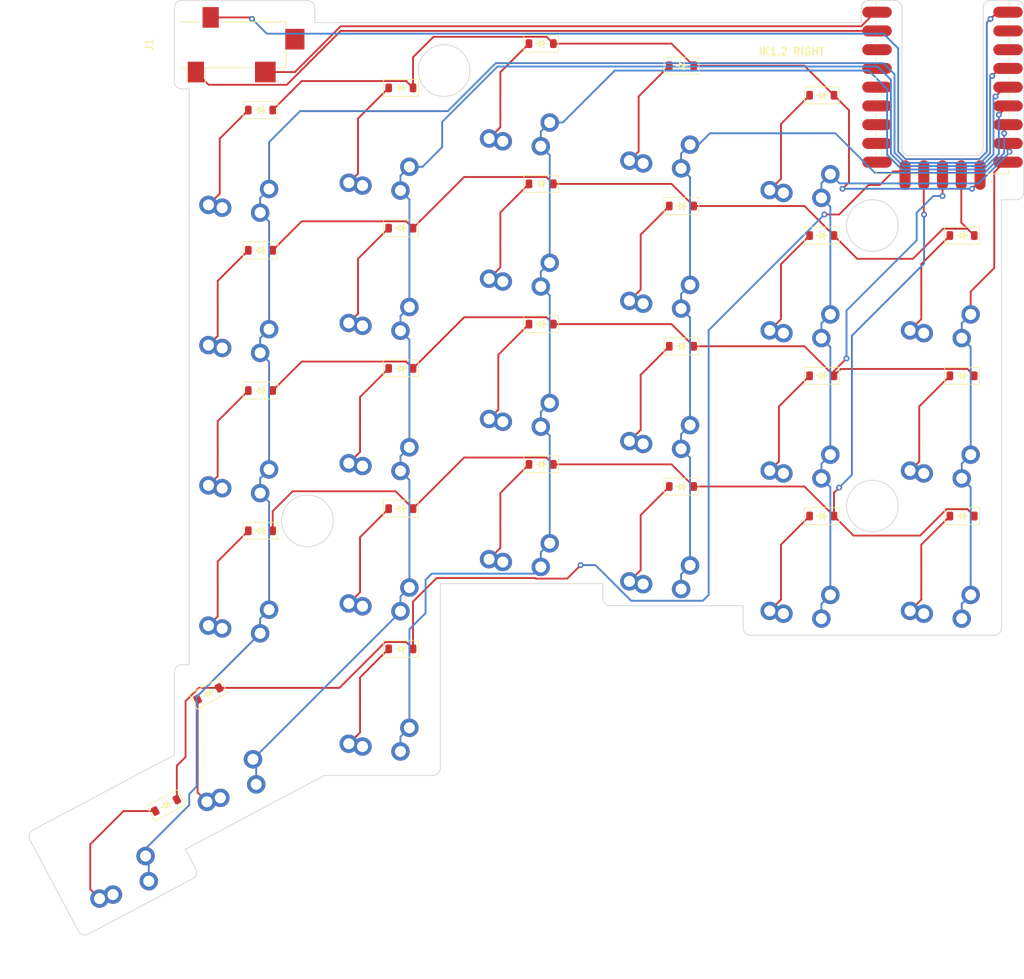
<source format=kicad_pcb>
(kicad_pcb (version 20221018) (generator pcbnew)
  (layers (0 "F.Cu" signal) (31 "B.Cu" signal) (34 "B.Paste" user) (35 "F.Paste" user) (36 "B.SilkS" user "B.Silkscreen") (37 "F.SilkS" user "F.Silkscreen") (38 "B.Mask" user) (39 "F.Mask" user) (44 "Edge.Cuts" user))
  (net 0 "")
  (net 1 "Row 0")
  (net 2 "Net-(DL01-A)")
  (net 3 "Net-(DL02-A)")
  (net 4 "Net-(DL03-A)")
  (net 5 "Net-(DL04-A)")
  (net 6 "Net-(DL05-A)")
  (net 7 "Row 1")
  (net 8 "Net-(DL10-A)")
  (net 9 "Net-(DL11-A)")
  (net 10 "Net-(DL12-A)")
  (net 11 "Net-(DL13-A)")
  (net 12 "Net-(DL14-A)")
  (net 13 "Net-(DL15-A)")
  (net 14 "Row 2")
  (net 15 "Net-(DL20-A)")
  (net 16 "Net-(DL21-A)")
  (net 17 "Net-(DL22-A)")
  (net 18 "Net-(DL23-A)")
  (net 19 "Net-(DL24-A)")
  (net 20 "Net-(DL25-A)")
  (net 21 "Row 3")
  (net 22 "Net-(DL30-A)")
  (net 23 "Net-(DL31-A)")
  (net 24 "Net-(DL32-A)")
  (net 25 "Net-(DL33-A)")
  (net 26 "Net-(DL34-A)")
  (net 27 "Net-(DL35-A)")
  (net 28 "Row 4")
  (net 29 "Net-(DL40-A)")
  (net 30 "Net-(DL44-A)")
  (net 31 "Net-(DL45-A)")
  (net 32 "GP0")
  (net 34 "Col 0")
  (net 35 "Col 1")
  (net 36 "Col 2")
  (net 37 "Col 3")
  (net 38 "Col 4")
  (net 39 "Col 5")
  (net 48 "GND")
  (net 49 "5V")
  (footprint "IansLibrary:Diode_SOD-123" (layer "F.Cu") (at 71.35 88.225 180)
    (fp_text reference "DL34")
    (fp_text value "Diode")
  )
  (footprint "IansLibrary:rp2040-zero-smd-longpads" (layer "F.Cu") (at 144.7 31.125)
    (fp_text reference "MCUL1" hide)
    (fp_text value "RP2040_Zero" hide)
  )
  (footprint "IansLibrary:gateron-ks27-mx" (layer "F.Cu") (at 49.7 80.375)
    (fp_text reference "SL25")
    (fp_text value "Keyswitch" hide)
  )
  (footprint "IansLibrary:gateron-ks27-mx" (layer "F.Cu") (at 144.7 97.375)
    (fp_text reference "SL30")
    (fp_text value "Keyswitch" hide)
  )
  (footprint "IansLibrary:gateron-ks27-mx" (layer "F.Cu") (at 68.7 58.375)
    (fp_text reference "SL14")
    (fp_text value "Keyswitch" hide)
  )
  (footprint "IansLibrary:gateron-ks27-mx" (layer "F.Cu") (at 87.7 90.375)
    (fp_text reference "SL33")
    (fp_text value "Keyswitch" hide)
  )
  (footprint "IansLibrary:Diode_SOD-123" (layer "F.Cu") (at 90.35 44.225 180)
    (fp_text reference "DL13")
    (fp_text value "Diode")
  )
  (footprint "IansLibrary:gateron-ks27-mx" (layer "F.Cu") (at 125.7 78.375)
    (fp_text reference "SL21")
    (fp_text value "Keyswitch" hide)
  )
  (footprint "IansLibrary:gateron-ks27-mx" (layer "F.Cu") (at 68.7 39.375)
    (fp_text reference "SL04")
    (fp_text value "Keyswitch" hide)
  )
  (footprint "IansLibrary:Diode_SOD-123" (layer "F.Cu") (at 52.35 34.225 180)
    (fp_text reference "DL05")
    (fp_text value "Diode")
  )
  (footprint "IansLibrary:Diode_SOD-123" (layer "F.Cu") (at 52.35 53.225 180)
    (fp_text reference "DL15")
    (fp_text value "Diode")
  )
  (footprint "IansLibrary:Diode_SOD-123" (layer "F.Cu") (at 147.35 70.225 180)
    (fp_text reference "DL20")
    (fp_text value "Diode")
  )
  (footprint "IansLibrary:gateron-ks27-mx" (layer "F.Cu") (at 49.7 42.375)
    (fp_text reference "SL05")
    (fp_text value "Keyswitch" hide)
  )
  (footprint "IansLibrary:gateron-ks27-mx" (layer "F.Cu") (at 68.7 77.375)
    (fp_text reference "SL24")
    (fp_text value "Keyswitch" hide)
  )
  (footprint "IansLibrary:Diode_SOD-123" (layer "F.Cu") (at 128.35 70.225 180)
    (fp_text reference "DL21")
    (fp_text value "Diode")
  )
  (footprint "IansLibrary:gateron-ks27-mx" (layer "F.Cu") (at 144.7 59.375)
    (fp_text reference "SL10")
    (fp_text value "Keyswitch" hide)
  )
  (footprint "IansLibrary:Diode_SOD-123" (layer "F.Cu") (at 71.35 50.225 180)
    (fp_text reference "DL14")
    (fp_text value "Diode")
  )
  (footprint "IansLibrary:gateron-ks27-mx" (layer "F.Cu") (at 46.771978 121.722982 28)
    (fp_text reference "SL45")
    (fp_text value "Keyswitch" hide)
  )
  (footprint "IansLibrary:Diode_SOD-123" (layer "F.Cu") (at 52.35 72.225 180)
    (fp_text reference "DL25")
    (fp_text value "Diode")
  )
  (footprint "IansLibrary:gateron-ks27-mx" (layer "F.Cu") (at 106.7 74.375)
    (fp_text reference "SL22")
    (fp_text value "Keyswitch" hide)
  )
  (footprint "IansLibrary:gateron-ks27-mx" (layer "F.Cu") (at 49.7 99.375)
    (fp_text reference "SL35")
    (fp_text value "Keyswitch" hide)
  )
  (footprint "IansLibrary:gateron-ks27-mx" (layer "F.Cu") (at 68.7 115.375)
    (fp_text reference "SL44")
    (fp_text value "Keyswitch" hide)
  )
  (footprint "IansLibrary:Diode_SOD-123" (layer "F.Cu") (at 109.35 85.225 180)
    (fp_text reference "DL32")
    (fp_text value "Diode")
  )
  (footprint "IansLibrary:gateron-ks27-mx" (layer "F.Cu") (at 68.7 96.375)
    (fp_text reference "SL34")
    (fp_text value "Keyswitch" hide)
  )
  (footprint "IansLibrary:gateron-ks27-mx" (layer "F.Cu") (at 125.7 59.375)
    (fp_text reference "SL11")
    (fp_text value "Keyswitch" hide)
  )
  (footprint "IansLibrary:Diode_SOD-123" (layer "F.Cu") (at 109.35 28.225 180)
    (fp_text reference "DL02")
    (fp_text value "Diode")
  )
  (footprint "IansLibrary:Diode_SOD-123" (layer "F.Cu") (at 90.35 25.225 180)
    (fp_text reference "DL03")
    (fp_text value "Diode")
  )
  (footprint "IansLibrary:Jack_3.5mm_CUI_SJ-3524-SMT_Horizontal" (layer "F.Cu") (at 47.2 25.375 90)
    (fp_text reference "J1")
    (fp_text value "AudioJack3")
  )
  (footprint "IansLibrary:Diode_SOD-123" (layer "F.Cu") (at 90.35 82.225 180)
    (fp_text reference "DL33")
    (fp_text value "Diode")
  )
  (footprint "IansLibrary:Diode_SOD-123" (layer "F.Cu") (at 71.35 107.225 180)
    (fp_text reference "DL44")
    (fp_text value "Diode")
  )
  (footprint "IansLibrary:gateron-ks27-mx" (layer "F.Cu") (at 144.7 78.375)
    (fp_text reference "SL20")
    (fp_text value "Keyswitch" hide)
  )
  (footprint "IansLibrary:gateron-ks27-mx" (layer "F.Cu") (at 49.7 61.375)
    (fp_text reference "SL15")
    (fp_text value "Keyswitch" hide)
  )
  (footprint "IansLibrary:Diode_SOD-123" (layer "F.Cu") (at 45.285596 113.282859 -152)
    (fp_text reference "DL45")
    (fp_text value "Diode")
  )
  (footprint "IansLibrary:gateron-ks27-mx" (layer "F.Cu") (at 32.225964 134.836942 28)
    (fp_text reference "SL40")
    (fp_text value "Keyswitch" hide)
  )
  (footprint "IansLibrary:gateron-ks27-mx" (layer "F.Cu") (at 87.7 71.375)
    (fp_text reference "SL23")
    (fp_text value "Keyswitch" hide)
  )
  (footprint "IansLibrary:Diode_SOD-123" (layer "F.Cu") (at 109.35 66.225 180)
    (fp_text reference "DL22")
    (fp_text value "Diode")
  )
  (footprint "IansLibrary:Diode_SOD-123" (layer "F.Cu") (at 71.35 69.225 180)
    (fp_text reference "DL24")
    (fp_text value "Diode")
  )
  (footprint "IansLibrary:Diode_SOD-123" (layer "F.Cu") (at 71.35 31.225 180)
    (fp_text reference "DL04")
    (fp_text value "Diode")
  )
  (footprint "IansLibrary:gateron-ks27-mx" (layer "F.Cu") (at 87.7 52.375)
    (fp_text reference "SL13")
    (fp_text value "Keyswitch" hide)
  )
  (footprint "IansLibrary:gateron-ks27-mx" (layer "F.Cu") (at 125.7 40.375)
    (fp_text reference "SL01")
    (fp_text value "Keyswitch" hide)
  )
  (footprint "IansLibrary:Diode_SOD-123" (layer "F.Cu") (at 147.35 89.225 180)
    (fp_text reference "DL30")
    (fp_text value "Diode")
  )
  (footprint "IansLibrary:Diode_SOD-123" (layer "F.Cu") (at 128.35 89.225 180)
    (fp_text reference "DL31")
    (fp_text value "Diode")
  )
  (footprint "IansLibrary:gateron-ks27-mx" (layer "F.Cu") (at 106.7 93.375)
    (fp_text reference "SL32")
    (fp_text value "Keyswitch" hide)
  )
  (footprint "IansLibrary:Diode_SOD-123" (layer "F.Cu") (at 39.55895 128.42114 -152)
    (fp_text reference "DL40")
    (fp_text value "Diode")
  )
  (footprint "IansLibrary:Diode_SOD-123" (layer "F.Cu") (at 109.35 47.225 180)
    (fp_text reference "DL12")
    (fp_text value "Diode")
  )
  (footprint "IansLibrary:Diode_SOD-123" (layer "F.Cu") (at 90.35 63.225 180)
    (fp_text reference "DL23")
    (fp_text value "Diode")
  )
  (footprint "IansLibrary:gateron-ks27-mx" (layer "F.Cu") (at 106.7 55.375)
    (fp_text reference "SL12")
    (fp_text value "Keyswitch" hide)
  )
  (footprint "IansLibrary:gateron-ks27-mx" (layer "F.Cu") (at 125.7 97.375)
    (fp_text reference "SL31")
    (fp_text value "Keyswitch" hide)
  )
  (footprint "IansLibrary:Diode_SOD-123" (layer "F.Cu") (at 147.35 51.225 180)
    (fp_text reference "DL10")
    (fp_text value "Diode")
  )
  (footprint "IansLibrary:Diode_SOD-123" (layer "F.Cu") (at 52.35 91.225 180)
    (fp_text reference "DL35")
    (fp_text value "Diode")
  )
  (footprint "IansLibrary:gateron-ks27-mx" (layer "F.Cu") (at 106.7 36.375)
    (fp_text reference "SL02")
    (fp_text value "Keyswitch" hide)
  )
  (footprint "IansLibrary:gateron-ks27-mx" (layer "F.Cu") (at 87.7 33.375)
    (fp_text reference "SL03")
    (fp_text value "Keyswitch" hide)
  )
  (footprint "IansLibrary:Diode_SOD-123" (layer "F.Cu") (at 128.35 32.225 180)
    (fp_text reference "DL01")
    (fp_text value "Diode")
  )
  (footprint "IansLibrary:Diode_SOD-123" (layer "F.Cu") (at 128.35 51.225 180)
    (fp_text reference "DL11")
    (fp_text value "Diode")
  )
  (gr_line (start 154.7 46.375) (end 154.7 46.375) (stroke (width 0.1)) (layer "Edge.Cuts"))
  (gr_line (start 76.7 123.375) (end 76.7 98.375) (stroke (width 0.1)) (layer "Edge.Cuts"))
  (gr_line (start 152.7 46.375) (end 152.7 47.375) (stroke (width 0.1)) (layer "Edge.Cuts"))
  (gr_arc (start 41.7 31.375) (mid 40.992893 31.082107) (end 40.7 30.375) (stroke (width 0.1)) (layer "Edge.Cuts"))
  (gr_circle (center 77.2 28.875) (end 80.7 28.875) (stroke (width 0.1)) (fill none) (layer "Edge.Cuts"))
  (gr_circle (center 58.7 89.875) (end 62.2 89.875) (stroke (width 0.1)) (fill none) (layer "Edge.Cuts"))
  (gr_line (start 40.7 121.575) (end 21.543117 131.755679) (stroke (width 0.1)) (layer "Edge.Cuts"))
  (gr_line (start 21.12939 133.10808) (end 27.690666 145.452026) (stroke (width 0.1)) (layer "Edge.Cuts"))
  (gr_line (start 42.700001 31.375) (end 42.700001 109.375001) (stroke (width 0.1)) (layer "Edge.Cuts"))
  (gr_line (start 42.17 134.375) (end 60.98 124.375) (stroke (width 0.1)) (layer "Edge.Cuts"))
  (gr_arc (start 99.700001 101.374999) (mid 98.992894 101.082106) (end 98.700001 100.374999) (stroke (width 0.1)) (layer "Edge.Cuts"))
  (gr_line (start 59.7 20.375) (end 59.7 22.375) (stroke (width 0.1)) (layer "Edge.Cuts"))
  (gr_arc (start 154.7 19.375) (mid 155.407107 19.667893) (end 155.7 20.375) (stroke (width 0.1)) (layer "Edge.Cuts"))
  (gr_line (start 118.700001 105.375) (end 151.7 105.375) (stroke (width 0.1)) (layer "Edge.Cuts"))
  (gr_arc (start 21.12939 133.10808) (mid 21.056129 132.346176) (end 21.543117 131.755679) (stroke (width 0.1)) (layer "Edge.Cuts"))
  (gr_arc (start 140.2 40.375) (mid 139.492893 40.082107) (end 139.2 39.375) (stroke (width 0.1)) (layer "Edge.Cuts"))
  (gr_line (start 149.2 40.375) (end 140.2 40.375) (stroke (width 0.1)) (layer "Edge.Cuts"))
  (gr_arc (start 58.7 19.375) (mid 59.407107 19.667893) (end 59.7 20.375) (stroke (width 0.1)) (layer "Edge.Cuts"))
  (gr_arc (start 150.2 39.375) (mid 149.907107 40.082107) (end 149.2 40.375) (stroke (width 0.1)) (layer "Edge.Cuts"))
  (gr_line (start 42.700001 109.375001) (end 41.700001 109.375001) (stroke (width 0.1)) (layer "Edge.Cuts"))
  (gr_line (start 42.7 31.375) (end 41.7 31.375) (stroke (width 0.1)) (layer "Edge.Cuts"))
  (gr_line (start 154.7 19.375) (end 151.2 19.375) (stroke (width 0.1)) (layer "Edge.Cuts"))
  (gr_arc (start 43.570931 137.012047) (mid 43.644039 137.773828) (end 43.157133 138.364232) (stroke (width 0.1)) (layer "Edge.Cuts"))
  (gr_line (start 155.7 45.375) (end 155.7 20.375) (stroke (width 0.1)) (layer "Edge.Cuts"))
  (gr_line (start 43.570931 137.012047) (end 42.17 134.375) (stroke (width 0.1)) (layer "Edge.Cuts"))
  (gr_line (start 58.7 19.375) (end 41.7 19.374999) (stroke (width 0.1)) (layer "Edge.Cuts"))
  (gr_line (start 138.2 19.375) (end 134.7 19.375001) (stroke (width 0.1)) (layer "Edge.Cuts"))
  (gr_line (start 154.7 46.375) (end 152.7 46.375) (stroke (width 0.1)) (layer "Edge.Cuts"))
  (gr_arc (start 40.700001 110.375001) (mid 40.992894 109.667894) (end 41.700001 109.375001) (stroke (width 0.1)) (layer "Edge.Cuts"))
  (gr_arc (start 133.700001 20.375001) (mid 133.992894 19.667894) (end 134.700001 19.375001) (stroke (width 0.1)) (layer "Edge.Cuts"))
  (gr_arc (start 152.7 104.375) (mid 152.407107 105.082107) (end 151.7 105.375) (stroke (width 0.1)) (layer "Edge.Cuts"))
  (gr_line (start 133.7 22.375) (end 59.7 22.375) (stroke (width 0.1)) (layer "Edge.Cuts"))
  (gr_line (start 117.7 101.375) (end 99.7 101.375) (stroke (width 0.1)) (layer "Edge.Cuts"))
  (gr_line (start 29.042994 145.865701) (end 43.157133 138.364232) (stroke (width 0.1)) (layer "Edge.Cuts"))
  (gr_line (start 98.7 100.375) (end 98.7 98.375) (stroke (width 0.1)) (layer "Edge.Cuts"))
  (gr_arc (start 29.042994 145.865701) (mid 28.281128 145.938993) (end 27.690666 145.452026) (stroke (width 0.1)) (layer "Edge.Cuts"))
  (gr_arc (start 118.700001 105.375) (mid 117.992894 105.082107) (end 117.700001 104.375) (stroke (width 0.1)) (layer "Edge.Cuts"))
  (gr_arc (start 150.2 20.375) (mid 150.492893 19.667893) (end 151.2 19.375) (stroke (width 0.1)) (layer "Edge.Cuts"))
  (gr_line (start 133.7 20.375) (end 133.7 22.375) (stroke (width 0.1)) (layer "Edge.Cuts"))
  (gr_line (start 60.98 124.375) (end 75.7 124.375) (stroke (width 0.1)) (layer "Edge.Cuts"))
  (gr_line (start 98.7 98.375) (end 76.7 98.375) (stroke (width 0.1)) (layer "Edge.Cuts"))
  (gr_line (start 152.7 104.375) (end 152.7 47.375) (stroke (width 0.1)) (layer "Edge.Cuts"))
  (gr_arc (start 138.2 19.375) (mid 138.907107 19.667893) (end 139.2 20.375) (stroke (width 0.1)) (layer "Edge.Cuts"))
  (gr_circle (center 135.2 87.875) (end 138.7 87.875) (stroke (width 0.1)) (fill none) (layer "Edge.Cuts"))
  (gr_arc (start 40.7 20.375) (mid 40.992893 19.667893) (end 41.7 19.375) (stroke (width 0.1)) (layer "Edge.Cuts"))
  (gr_arc (start 155.7 45.375) (mid 155.407107 46.082107) (end 154.7 46.375) (stroke (width 0.1)) (layer "Edge.Cuts"))
  (gr_arc (start 76.7 123.375) (mid 76.407107 124.082107) (end 75.7 124.375) (stroke (width 0.1)) (layer "Edge.Cuts"))
  (gr_line (start 40.7 20.375) (end 40.7 30.375) (stroke (width 0.1)) (layer "Edge.Cuts"))
  (gr_line (start 139.2 39.375) (end 139.2 20.375) (stroke (width 0.1)) (layer "Edge.Cuts"))
  (gr_line (start 117.7 104.375) (end 117.7 101.375) (stroke (width 0.1)) (layer "Edge.Cuts"))
  (gr_line (start 40.700001 110.375001) (end 40.7 121.575) (stroke (width 0.1)) (layer "Edge.Cuts"))
  (gr_circle (center 135.2 49.875) (end 138.7 49.875) (stroke (width 0.1)) (fill none) (layer "Edge.Cuts"))
  (gr_line (start 150.2 20.375) (end 150.2 39.375) (stroke (width 0.1)) (layer "Edge.Cuts"))
  (gr_text "IK1.2 RIGHT" (at 119.7 26.875) (layer "F.SilkS") (effects (font (size 1 1) (thickness 0.2) bold) (justify left bottom)))
  (segment (start 92 25.225) (end 108 25.225) (width 0.25) (layer "F.Cu") (net 1))
  (segment (start 126 28.225) (end 130 32.225) (width 0.25) (layer "F.Cu") (net 1))
  (segment (start 73 27.075) (end 75.775 24.3) (width 0.25) (layer "F.Cu") (net 1))
  (segment (start 132.03 44.020966) (end 132.03 34.255) (width 0.25) (layer "F.Cu") (net 1))
  (segment (start 57.925 30.3) (end 72.075 30.3) (width 0.25) (layer "F.Cu") (net 1))
  (segment (start 72.075 30.3) (end 73 31.225) (width 0.25) (layer "F.Cu") (net 1))
  (segment (start 54 34.225) (end 57.925 30.3) (width 0.25) (layer "F.Cu") (net 1))
  (segment (start 73 31.225) (end 73 27.075) (width 0.25) (layer "F.Cu") (net 1))
  (segment (start 149.78 42.535) (end 149.78 43.809499) (width 0.25) (layer "F.Cu") (net 1))
  (segment (start 149.78 43.809499) (end 148.7 44.889499) (width 0.25) (layer "F.Cu") (net 1))
  (segment (start 132.03 34.255) (end 130 32.225) (width 0.25) (layer "F.Cu") (net 1))
  (segment (start 111 28.225) (end 126 28.225) (width 0.25) (layer "F.Cu") (net 1))
  (segment (start 108 25.225) (end 111 28.225) (width 0.25) (layer "F.Cu") (net 1))
  (segment (start 131.161467 44.889499) (end 132.03 44.020966) (width 0.25) (layer "F.Cu") (net 1))
  (segment (start 75.775 24.3) (end 91.075 24.3) (width 0.25) (layer "F.Cu") (net 1))
  (segment (start 91.075 24.3) (end 92 25.225) (width 0.25) (layer "F.Cu") (net 1))
  (via (at 131.161467 44.889499) (size 0.8) (drill 0.4) (layers "F.Cu" "B.Cu") (net 1))
  (via (at 148.7 44.889499) (size 0.8) (drill 0.4) (layers "F.Cu" "B.Cu") (net 1))
  (segment (start 148.7 44.889499) (end 131.161467 44.889499) (width 0.25) (layer "B.Cu") (net 1))
  (segment (start 121.3 45.075) (end 122.825 43.55) (width 0.25) (layer "F.Cu") (net 2))
  (segment (start 122.825 36.1) (end 126.7 32.225) (width 0.25) (layer "F.Cu") (net 2))
  (segment (start 122.825 43.55) (end 122.825 36.1) (width 0.25) (layer "F.Cu") (net 2))
  (segment (start 103.549999 39.825001) (end 103.549999 32.375001) (width 0.25) (layer "F.Cu") (net 3))
  (segment (start 103.549999 32.375001) (end 107.7 28.225) (width 0.25) (layer "F.Cu") (net 3))
  (segment (start 102.3 41.075) (end 103.549999 39.825001) (width 0.25) (layer "F.Cu") (net 3))
  (segment (start 83.3 38.075) (end 84.825 36.55) (width 0.25) (layer "F.Cu") (net 4))
  (segment (start 84.825 36.55) (end 84.825 29.1) (width 0.25) (layer "F.Cu") (net 4))
  (segment (start 84.825 29.1) (end 88.7 25.225) (width 0.25) (layer "F.Cu") (net 4))
  (segment (start 64.3 44.075) (end 65.549999 42.825001) (width 0.25) (layer "F.Cu") (net 5))
  (segment (start 65.549999 35.375001) (end 69.7 31.225) (width 0.25) (layer "F.Cu") (net 5))
  (segment (start 65.549999 42.825001) (end 65.549999 35.375001) (width 0.25) (layer "F.Cu") (net 5))
  (segment (start 46.825 45.55) (end 46.825 38.1) (width 0.25) (layer "F.Cu") (net 6))
  (segment (start 46.825 38.1) (end 50.7 34.225) (width 0.25) (layer "F.Cu") (net 6))
  (segment (start 45.3 47.075) (end 46.825 45.55) (width 0.25) (layer "F.Cu") (net 6))
  (segment (start 140.7 54.375) (end 144.775 50.3) (width 0.25) (layer "F.Cu") (net 7))
  (segment (start 147.24 49.465) (end 148.075 50.3) (width 0.25) (layer "F.Cu") (net 7))
  (segment (start 147.24 42.535) (end 147.24 49.465) (width 0.25) (layer "F.Cu") (net 7))
  (segment (start 79.925 43.3) (end 91.075 43.3) (width 0.25) (layer "F.Cu") (net 7))
  (segment (start 111 47.225) (end 126 47.225) (width 0.25) (layer "F.Cu") (net 7))
  (segment (start 130 51.225) (end 133.15 54.375) (width 0.25) (layer "F.Cu") (net 7))
  (segment (start 133.15 54.375) (end 140.7 54.375) (width 0.25) (layer "F.Cu") (net 7))
  (segment (start 91.075 43.3) (end 92 44.225) (width 0.25) (layer "F.Cu") (net 7))
  (segment (start 148.075 50.3) (end 149 51.225) (width 0.25) (layer "F.Cu") (net 7))
  (segment (start 73 50.225) (end 79.925 43.3) (width 0.25) (layer "F.Cu") (net 7))
  (segment (start 108 44.225) (end 111 47.225) (width 0.25) (layer "F.Cu") (net 7))
  (segment (start 57.925 49.3) (end 72.075 49.3) (width 0.25) (layer "F.Cu") (net 7))
  (segment (start 126 47.225) (end 130 51.225) (width 0.25) (layer "F.Cu") (net 7))
  (segment (start 92 44.225) (end 108 44.225) (width 0.25) (layer "F.Cu") (net 7))
  (segment (start 54 53.225) (end 57.925 49.3) (width 0.25) (layer "F.Cu") (net 7))
  (segment (start 144.775 50.3) (end 148.075 50.3) (width 0.25) (layer "F.Cu") (net 7))
  (segment (start 72.075 49.3) (end 73 50.225) (width 0.25) (layer "F.Cu") (net 7))
  (segment (start 141.825 55.1) (end 145.7 51.225) (width 0.25) (layer "F.Cu") (net 8))
  (segment (start 140.3 64.075) (end 141.825 62.55) (width 0.25) (layer "F.Cu") (net 8))
  (segment (start 141.825 62.55) (end 141.825 55.1) (width 0.25) (layer "F.Cu") (net 8))
  (segment (start 122.825 55.1) (end 126.7 51.225) (width 0.25) (layer "F.Cu") (net 9))
  (segment (start 121.3 64.075) (end 122.825 62.55) (width 0.25) (layer "F.Cu") (net 9))
  (segment (start 122.825 62.55) (end 122.825 55.1) (width 0.25) (layer "F.Cu") (net 9))
  (segment (start 103.825 58.55) (end 103.825 51.1) (width 0.25) (layer "F.Cu") (net 10))
  (segment (start 103.825 51.1) (end 107.7 47.225) (width 0.25) (layer "F.Cu") (net 10))
  (segment (start 102.3 60.075) (end 103.825 58.55) (width 0.25) (layer "F.Cu") (net 10))
  (segment (start 84.825 55.55) (end 84.825 48.1) (width 0.25) (layer "F.Cu") (net 11))
  (segment (start 84.825 48.1) (end 88.7 44.225) (width 0.25) (layer "F.Cu") (net 11))
  (segment (start 83.3 57.075) (end 84.825 55.55) (width 0.25) (layer "F.Cu") (net 11))
  (segment (start 65.549999 61.825001) (end 65.549999 54.375001) (width 0.25) (layer "F.Cu") (net 12))
  (segment (start 64.3 63.075) (end 65.549999 61.825001) (width 0.25) (layer "F.Cu") (net 12))
  (segment (start 65.549999 54.375001) (end 69.7 50.225) (width 0.25) (layer "F.Cu") (net 12))
  (segment (start 46.549999 57.375001) (end 50.7 53.225) (width 0.25) (layer "F.Cu") (net 13))
  (segment (start 46.549999 64.825001) (end 46.549999 57.375001) (width 0.25) (layer "F.Cu") (net 13))
  (segment (start 45.3 66.075) (end 46.549999 64.825001) (width 0.25) (layer "F.Cu") (net 13))
  (segment (start 92 63.225) (end 108 63.225) (width 0.25) (layer "F.Cu") (net 14))
  (segment (start 57.925 68.3) (end 72.075 68.3) (width 0.25) (layer "F.Cu") (net 14))
  (segment (start 54 72.225) (end 57.925 68.3) (width 0.25) (layer "F.Cu") (net 14))
  (segment (start 130 69.575) (end 130 70.225) (width 0.25) (layer "F.Cu") (net 14))
  (segment (start 130 70.225) (end 130.925 69.3) (width 0.25) (layer "F.Cu") (net 14))
  (segment (start 131.7 67.875) (end 130 69.575) (width 0.25) (layer "F.Cu") (net 14))
  (segment (start 91.075 62.3) (end 92 63.225) (width 0.25) (layer "F.Cu") (net 14))
  (segment (start 79.925 62.3) (end 91.075 62.3) (width 0.25) (layer "F.Cu") (net 14))
  (segment (start 144.7 42.535) (end 144.7 45.875) (width 0.25) (layer "F.Cu") (net 14))
  (segment (start 111 66.225) (end 126 66.225) (width 0.25) (layer "F.Cu") (net 14))
  (segment (start 72.075 68.3) (end 73 69.225) (width 0.25) (layer "F.Cu") (net 14))
  (segment (start 130.925 69.3) (end 148.075 69.3) (width 0.25) (layer "F.Cu") (net 14))
  (segment (start 108 63.225) (end 111 66.225) (width 0.25) (layer "F.Cu") (net 14))
  (segment (start 126 66.225) (end 130 70.225) (width 0.25) (layer "F.Cu") (net 14))
  (segment (start 148.075 69.3) (end 149 70.225) (width 0.25) (layer "F.Cu") (net 14))
  (segment (start 73 69.225) (end 79.925 62.3) (width 0.25) (layer "F.Cu") (net 14))
  (via (at 144.7 45.875) (size 0.8) (drill 0.4) (layers "F.Cu" "B.Cu") (net 14))
  (via (at 131.7 67.875) (size 0.8) (drill 0.4) (layers "F.Cu" "B.Cu") (net 14))
  (segment (start 141.2 51.875) (end 131.7 61.375) (width 0.25) (layer "B.Cu") (net 14))
  (segment (start 143.45 45.875) (end 141.2 48.125) (width 0.25) (layer "B.Cu") (net 14))
  (segment (start 144.7 45.875) (end 143.45 45.875) (width 0.25) (layer "B.Cu") (net 14))
  (segment (start 131.7 61.375) (end 131.7 67.875) (width 0.25) (layer "B.Cu") (net 14))
  (segment (start 141.2 48.125) (end 141.2 51.875) (width 0.25) (layer "B.Cu") (net 14))
  (segment (start 141.549999 81.825001) (end 141.549999 74.375001) (width 0.25) (layer "F.Cu") (net 15))
  (segment (start 140.3 83.075) (end 141.549999 81.825001) (width 0.25) (layer "F.Cu") (net 15))
  (segment (start 141.549999 74.375001) (end 145.7 70.225) (width 0.25) (layer "F.Cu") (net 15))
  (segment (start 122.549999 81.825001) (end 122.549999 74.375001) (width 0.25) (layer "F.Cu") (net 16))
  (segment (start 121.3 83.075) (end 122.549999 81.825001) (width 0.25) (layer "F.Cu") (net 16))
  (segment (start 122.549999 74.375001) (end 126.7 70.225) (width 0.25) (layer "F.Cu") (net 16))
  (segment (start 102.3 79.075) (end 103.825 77.55) (width 0.25) (layer "F.Cu") (net 17))
  (segment (start 103.825 70.1) (end 107.7 66.225) (width 0.25) (layer "F.Cu") (net 17))
  (segment (start 103.825 77.55) (end 103.825 70.1) (width 0.25) (layer "F.Cu") (net 17))
  (segment (start 83.3 76.075) (end 84.549999 74.825001) (width 0.25) (layer "F.Cu") (net 18))
  (segment (start 84.549999 67.375001) (end 88.7 63.225) (width 0.25) (layer "F.Cu") (net 18))
  (segment (start 84.549999 74.825001) (end 84.549999 67.375001) (width 0.25) (layer "F.Cu") (net 18))
  (segment (start 65.825 73.1) (end 69.7 69.225) (width 0.25) (layer "F.Cu") (net 19))
  (segment (start 64.3 82.075) (end 65.825 80.55) (width 0.25) (layer "F.Cu") (net 19))
  (segment (start 65.825 80.55) (end 65.825 73.1) (width 0.25) (layer "F.Cu") (net 19))
  (segment (start 46.549999 76.375001) (end 50.7 72.225) (width 0.25) (layer "F.Cu") (net 20))
  (segment (start 45.3 85.075) (end 46.549999 83.825001) (width 0.25) (layer "F.Cu") (net 20))
  (segment (start 46.549999 83.825001) (end 46.549999 76.375001) (width 0.25) (layer "F.Cu") (net 20))
  (segment (start 79.925 81.3) (end 91.075 81.3) (width 0.25) (layer "F.Cu") (net 21))
  (segment (start 56.7 85.875) (end 70.65 85.875) (width 0.25) (layer "F.Cu") (net 21))
  (segment (start 54 91.225) (end 54 88.575) (width 0.25) (layer "F.Cu") (net 21))
  (segment (start 148.075 88.3) (end 149 89.225) (width 0.25) (layer "F.Cu") (net 21))
  (segment (start 92 82.225) (end 108 82.225) (width 0.25) (layer "F.Cu") (net 21))
  (segment (start 130 86.075) (end 130 89.225) (width 0.25) (layer "F.Cu") (net 21))
  (segment (start 145.240948 88.3) (end 148.075 88.3) (width 0.25) (layer "F.Cu") (net 21))
  (segment (start 126 85.225) (end 130 89.225) (width 0.25) (layer "F.Cu") (net 21))
  (segment (start 130.7 85.375) (end 130 86.075) (width 0.25) (layer "F.Cu") (net 21))
  (segment (start 142.16 42.535) (end 142.16 48.335) (width 0.25) (layer "F.Cu") (net 21))
  (segment (start 70.65 85.875) (end 73 88.225) (width 0.25) (layer "F.Cu") (net 21))
  (segment (start 130 89.225) (end 132.65 91.875) (width 0.25) (layer "F.Cu") (net 21))
  (segment (start 132.65 91.875) (end 141.665948 91.875) (width 0.25) (layer "F.Cu") (net 21))
  (segment (start 142.16 48.335) (end 142.2 48.375) (width 0.25) (layer "F.Cu") (net 21))
  (segment (start 111 85.225) (end 126 85.225) (width 0.25) (layer "F.Cu") (net 21))
  (segment (start 141.665948 91.875) (end 145.240948 88.3) (width 0.25) (layer "F.Cu") (net 21))
  (segment (start 91.075 81.3) (end 92 82.225) (width 0.25) (layer "F.Cu") (net 21))
  (segment (start 54 88.575) (end 56.7 85.875) (width 0.25) (layer "F.Cu") (net 21))
  (segment (start 108 82.225) (end 111 85.225) (width 0.25) (layer "F.Cu") (net 21))
  (segment (start 73 88.225) (end 79.925 81.3) (width 0.25) (layer "F.Cu") (net 21))
  (via (at 130.7 85.375) (size 0.8) (drill 0.4) (layers "F.Cu" "B.Cu") (net 21))
  (via (at 142.2 48.375) (size 0.8) (drill 0.4) (layers "F.Cu" "B.Cu") (net 21))
  (segment (start 132.425 83.65) (end 130.7 85.375) (width 0.25) (layer "B.Cu") (net 21))
  (segment (start 132.425 64.802233) (end 132.425 83.65) (width 0.25) (layer "B.Cu") (net 21))
  (segment (start 142.2 48.375) (end 142.2 55.027233) (width 0.25) (layer "B.Cu") (net 21))
  (segment (start 142.2 55.027233) (end 132.425 64.802233) (width 0.25) (layer "B.Cu") (net 21))
  (segment (start 140.3 102.075) (end 141.825 100.55) (width 0.25) (layer "F.Cu") (net 22))
  (segment (start 141.825 93.1) (end 145.7 89.225) (width 0.25) (layer "F.Cu") (net 22))
  (segment (start 141.825 100.55) (end 141.825 93.1) (width 0.25) (layer "F.Cu") (net 22))
  (segment (start 122.825 93.1) (end 126.7 89.225) (width 0.25) (layer "F.Cu") (net 23))
  (segment (start 122.825 100.55) (end 122.825 93.1) (width 0.25) (layer "F.Cu") (net 23))
  (segment (start 121.3 102.075) (end 122.825 100.55) (width 0.25) (layer "F.Cu") (net 23))
  (segment (start 103.825 89.1) (end 107.7 85.225) (width 0.25) (layer "F.Cu") (net 24))
  (segment (start 103.825 96.55) (end 103.825 89.1) (width 0.25) (layer "F.Cu") (net 24))
  (segment (start 102.3 98.075) (end 103.825 96.55) (width 0.25) (layer "F.Cu") (net 24))
  (segment (start 84.825 86.1) (end 88.7 82.225) (width 0.25) (layer "F.Cu") (net 25))
  (segment (start 84.825 93.55) (end 84.825 86.1) (width 0.25) (layer "F.Cu") (net 25))
  (segment (start 83.3 95.075) (end 84.825 93.55) (width 0.25) (layer "F.Cu") (net 25))
  (segment (start 65.825 99.55) (end 65.825 92.1) (width 0.25) (layer "F.Cu") (net 26))
  (segment (start 64.3 101.075) (end 65.825 99.55) (width 0.25) (layer "F.Cu") (net 26))
  (segment (start 65.825 92.1) (end 69.7 88.225) (width 0.25) (layer "F.Cu") (net 26))
  (segment (start 46.549999 102.825001) (end 46.549999 95.375001) (width 0.25) (layer "F.Cu") (net 27))
  (segment (start 45.3 104.075) (end 46.549999 102.825001) (width 0.25) (layer "F.Cu") (net 27))
  (segment (start 46.549999 95.375001) (end 50.7 91.225) (width 0.25) (layer "F.Cu") (net 27))
  (segment (start 93.875 97.7) (end 89.647613 97.7) (width 0.25) (layer "F.Cu") (net 28))
  (segment (start 41.015814 123.059186) (end 42.2 121.875) (width 0.25) (layer "F.Cu") (net 28))
  (segment (start 138.04 42.535) (end 136.2 44.375) (width 0.25) (layer "F.Cu") (net 28))
  (segment (start 46.74246 112.508231) (end 63.032717 112.508231) (width 0.25) (layer "F.Cu") (net 28))
  (segment (start 69.240948 106.3) (end 72.075 106.3) (width 0.25) (layer "F.Cu") (net 28))
  (segment (start 43.995241 112.508231) (end 46.74246 112.508231) (width 0.25) (layer "F.Cu") (net 28))
  (segment (start 42.2 121.875) (end 42.2 114.303472) (width 0.25) (layer "F.Cu") (net 28))
  (segment (start 72.075 106.3) (end 73 107.225) (width 0.25) (layer "F.Cu") (net 28))
  (segment (start 89.647613 97.7) (end 89.572613 97.625) (width 0.25) (layer "F.Cu") (net 28))
  (segment (start 41.015814 127.646512) (end 41.015814 123.059186) (width 0.25) (layer "F.Cu") (net 28))
  (segment (start 130.7 48.375) (end 128.7 48.375) (width 0.25) (layer "F.Cu") (net 28))
  (segment (start 136.2 44.375) (end 134.7 44.375) (width 0.25) (layer "F.Cu") (net 28))
  (segment (start 63.032717 112.508231) (end 69.240948 106.3) (width 0.25) (layer "F.Cu") (net 28))
  (segment (start 42.2 114.303472) (end 43.995241 112.508231) (width 0.25) (layer "F.Cu") (net 28))
  (segment (start 73 100.825) (end 73 107.225) (width 0.25) (layer "F.Cu") (net 28))
  (segment (start 139.62 42.535) (end 138.04 42.535) (width 0.25) (layer "F.Cu") (net 28))
  (segment (start 76.2 97.625) (end 73 100.825) (width 0.25) (layer "F.Cu") (net 28))
  (segment (start 89.572613 97.625) (end 76.2 97.625) (width 0.25) (layer "F.Cu") (net 28))
  (segment (start 95.7 95.875) (end 93.875 97.7) (width 0.25) (layer "F.Cu") (net 28))
  (segment (start 134.7 44.375) (end 130.7 48.375) (width 0.25) (layer "F.Cu") (net 28))
  (via (at 95.7 95.875) (size 0.8) (drill 0.4) (layers "F.Cu" "B.Cu") (net 28))
  (via (at 128.7 48.375) (size 0.8) (drill 0.4) (layers "F.Cu" "B.Cu") (net 28))
  (segment (start 97.7 95.875) (end 96.7 95.875) (width 0.25) (layer "B.Cu") (net 28))
  (segment (start 112.25 100.7) (end 102.525 100.7) (width 0.25) (layer "B.Cu") (net 28))
  (segment (start 102.525 100.7) (end 97.7 95.875) (width 0.25) (layer "B.Cu") (net 28))
  (segment (start 113.03 99.92) (end 112.25 100.7) (width 0.25) (layer "B.Cu") (net 28))
  (segment (start 113.03 64.045) (end 113.03 99.92) (width 0.25) (layer "B.Cu") (net 28))
  (segment (start 128.7 48.375) (end 113.03 64.045) (width 0.25) (layer "B.Cu") (net 28))
  (segment (start 96.7 95.875) (end 95.7 95.875) (width 0.25) (layer "B.Cu") (net 28))
  (segment (start 30.547511 141.052471) (end 29.297512 139.802472) (width 0.25) (layer "F.Cu") (net 29))
  (segment (start 29.297512 133.69953) (end 33.801274 129.195768) (width 0.25) (layer "F.Cu") (net 29))
  (segment (start 33.801274 129.195768) (end 38.102086 129.195768) (width 0.25) (layer "F.Cu") (net 29))
  (segment (start 29.297512 139.802472) (end 29.297512 133.69953) (width 0.25) (layer "F.Cu") (net 29))
  (segment (start 65.825 111.1) (end 69.7 107.225) (width 0.25) (layer "F.Cu") (net 30))
  (segment (start 65.825 118.55) (end 65.825 111.1) (width 0.25) (layer "F.Cu") (net 30))
  (segment (start 64.3 120.075) (end 65.825 118.55) (width 0.25) (layer "F.Cu") (net 30))
  (segment (start 45.093525 127.938511) (end 43.828732 126.673718) (width 0.25) (layer "F.Cu") (net 31))
  (segment (start 43.828732 126.673718) (end 43.828732 114.057487) (width 0.25) (layer "F.Cu") (net 31))
  (segment (start 152.11 20.965) (end 151.2 21.875) (width 0.25) (layer "F.Cu") (net 32))
  (segment (start 51.2 21.875) (end 51 21.675) (width 0.25) (layer "F.Cu") (net 32))
  (segment (start 51 21.675) (end 45.6 21.675) (width 0.25) (layer "F.Cu") (net 32))
  (segment (start 153.07 20.965) (end 152.11 20.965) (width 0.25) (layer "F.Cu") (net 32))
  (via (at 151.2 21.875) (size 0.8) (drill 0.4) (layers "F.Cu" "B.Cu") (net 32))
  (via (at 51.2 21.875) (size 0.8) (drill 0.4) (layers "F.Cu" "B.Cu") (net 32))
  (segment (start 138.7 25.875) (end 136.7 23.875) (width 0.25) (layer "B.Cu") (net 32))
  (segment (start 138.7 39.875) (end 138.7 25.875) (width 0.25) (layer "B.Cu") (net 32))
  (segment (start 136.7 23.875) (end 136.2 23.875) (width 0.25) (layer "B.Cu") (net 32))
  (segment (start 150.7 22.375) (end 150.7 39.875) (width 0.25) (layer "B.Cu") (net 32))
  (segment (start 149.7 40.875) (end 139.7 40.875) (width 0.25) (layer "B.Cu") (net 32))
  (segment (start 139.7 40.875) (end 138.7 39.875) (width 0.25) (layer "B.Cu") (net 32))
  (segment (start 136.2 23.875) (end 60.2 23.875) (width 0.25) (layer "B.Cu") (net 32))
  (segment (start 60.2 23.875) (end 53.2 23.875) (width 0.25) (layer "B.Cu") (net 32))
  (segment (start 53.2 23.875) (end 51.2 21.875) (width 0.25) (layer "B.Cu") (net 32))
  (segment (start 151.2 21.875) (end 150.7 22.375) (width 0.25) (layer "B.Cu") (net 32))
  (segment (start 150.7 39.875) (end 149.7 40.875) (width 0.25) (layer "B.Cu") (net 32))
  (segment (start 151.7 42.655) (end 151.7 55.625) (width 0.25) (layer "F.Cu") (net 34))
  (segment (start 148.51 58.815) (end 148.51 61.915) (width 0.25) (layer "F.Cu") (net 34))
  (segment (start 153.07 41.285) (end 151.7 42.655) (width 0.25) (layer "F.Cu") (net 34))
  (segment (start 151.7 55.625) (end 148.51 58.815) (width 0.25) (layer "F.Cu") (net 34))
  (segment (start 147.3 82.125) (end 148.51 80.915) (width 0.25) (layer "B.Cu") (net 34))
  (segment (start 147.3 63.125) (end 148.51 61.915) (width 0.25) (layer "B.Cu") (net 34))
  (segment (start 147.3 101.125) (end 148.51 99.915) (width 0.25) (layer "B.Cu") (net 34))
  (segment (start 147.3 65.125) (end 147.3 63.125) (width 0.25) (layer "B.Cu") (net 34))
  (segment (start 147.3 103.125) (end 147.3 101.125) (width 0.25) (layer "B.Cu") (net 34))
  (segment (start 148.51 85.335) (end 147.3 84.125) (width 0.25) (layer "B.Cu") (net 34))
  (segment (start 148.51 80.915) (end 148.51 66.335) (width 0.25) (layer "B.Cu") (net 34))
  (segment (start 147.3 84.125) (end 147.3 82.125) (width 0.25) (layer "B.Cu") (net 34))
  (segment (start 148.51 66.335) (end 147.3 65.125) (width 0.25) (layer "B.Cu") (net 34))
  (segment (start 148.51 99.915) (end 148.51 85.335) (width 0.25) (layer "B.Cu") (net 34))
  (segment (start 153.07 38.745) (end 153.07 39.158646) (width 0.25) (layer "F.Cu") (net 35))
  (segment (start 153.07 39.158646) (end 153.7735 39.862146) (width 0.25) (layer "F.Cu") (net 35))
  (via (at 153.7735 39.862146) (size 0.8) (drill 0.4) (layers "F.Cu" "B.Cu") (net 35))
  (segment (start 128.3 84.125) (end 128.3 82.125) (width 0.25) (layer "B.Cu") (net 35))
  (segment (start 129.51 80.915) (end 129.51 66.335) (width 0.25) (layer "B.Cu") (net 35))
  (segment (start 128.3 101.125) (end 129.51 99.915) (width 0.25) (layer "B.Cu") (net 35))
  (segment (start 129.51 47.335) (end 128.3 46.125) (width 0.25) (layer "B.Cu") (net 35))
  (segment (start 128.3 82.125) (end 129.51 80.915) (width 0.25) (layer "B.Cu") (net 35))
  (segment (start 153.7735 39.98348) (end 149.591981 44.164999) (width 0.25) (layer "B.Cu") (net 35))
  (segment (start 128.3 103.125) (end 128.3 101.125) (width 0.25) (layer "B.Cu") (net 35))
  (segment (start 129.51 66.335) (end 128.3 65.125) (width 0.25) (layer "B.Cu") (net 35))
  (segment (start 128.3 65.125) (end 128.3 63.125) (width 0.25) (layer "B.Cu") (net 35))
  (segment (start 153.7735 39.862146) (end 153.7735 39.98348) (width 0.25) (layer "B.Cu") (net 35))
  (segment (start 128.3 46.125) (end 128.3 44.125) (width 0.25) (layer "B.Cu") (net 35))
  (segment (start 149.591981 44.164999) (end 130.759999 44.164999) (width 0.25) (layer "B.Cu") (net 35))
  (segment (start 129.51 61.915) (end 129.51 47.335) (width 0.25) (layer "B.Cu") (net 35))
  (segment (start 129.51 85.335) (end 128.3 84.125) (width 0.25) (layer "B.Cu") (net 35))
  (segment (start 130.759999 44.164999) (end 129.51 42.915) (width 0.25) (layer "B.Cu") (net 35))
  (segment (start 129.51 99.915) (end 129.51 85.335) (width 0.25) (layer "B.Cu") (net 35))
  (segment (start 128.3 44.125) (end 129.51 42.915) (width 0.25) (layer "B.Cu") (net 35))
  (segment (start 128.3 63.125) (end 129.51 61.915) (width 0.25) (layer "B.Cu") (net 35))
  (segment (start 153.07 36.205) (end 153.07 37.354) (width 0.25) (layer "F.Cu") (net 36))
  (segment (start 153.07 37.354) (end 153.049 37.375) (width 0.25) (layer "F.Cu") (net 36))
  (via (at 153.049 37.375) (size 0.8) (drill 0.4) (layers "F.Cu" "B.Cu") (net 36))
  (segment (start 111.66 38.915) (end 110.51 38.915) (width 0.25) (layer "B.Cu") (net 36))
  (segment (start 130.186396 37.375) (end 113.2 37.375) (width 0.25) (layer "B.Cu") (net 36))
  (segment (start 110.51 62.335) (end 109.3 61.125) (width 0.25) (layer "B.Cu") (net 36))
  (segment (start 153.049 40.071584) (end 150.395584 42.725) (width 0.25) (layer "B.Cu") (net 36))
  (segment (start 109.3 42.125) (end 109.3 40.125) (width 0.25) (layer "B.Cu") (net 36))
  (segment (start 109.3 97.125) (end 110.51 95.915) (width 0.25) (layer "B.Cu") (net 36))
  (segment (start 135.536396 42.725) (end 130.186396 37.375) (width 0.25) (layer "B.Cu") (net 36))
  (segment (start 110.51 43.335) (end 109.3 42.125) (width 0.25) (layer "B.Cu") (net 36))
  (segment (start 110.51 76.915) (end 110.51 62.335) (width 0.25) (layer "B.Cu") (net 36))
  (segment (start 110.51 81.335) (end 109.3 80.125) (width 0.25) (layer "B.Cu") (net 36))
  (segment (start 113.2 37.375) (end 111.66 38.915) (width 0.25) (layer "B.Cu") (net 36))
  (segment (start 109.3 59.125) (end 110.51 57.915) (width 0.25) (layer "B.Cu") (net 36))
  (segment (start 109.3 99.125) (end 109.3 97.125) (width 0.25) (layer "B.Cu") (net 36))
  (segment (start 110.51 57.915) (end 110.51 43.335) (width 0.25) (layer "B.Cu") (net 36))
  (segment (start 109.3 61.125) (end 109.3 59.125) (width 0.25) (layer "B.Cu") (net 36))
  (segment (start 150.395584 42.725) (end 135.536396 42.725) (width 0.25) (layer "B.Cu") (net 36))
  (segment (start 109.3 78.125) (end 110.51 76.915) (width 0.25) (layer "B.Cu") (net 36))
  (segment (start 109.3 80.125) (end 109.3 78.125) (width 0.25) (layer "B.Cu") (net 36))
  (segment (start 153.049 37.375) (end 153.049 40.071584) (width 0.25) (layer "B.Cu") (net 36))
  (segment (start 109.3 40.125) (end 110.51 38.915) (width 0.25) (layer "B.Cu") (net 36))
  (segment (start 110.51 95.915) (end 110.51 81.335) (width 0.25) (layer "B.Cu") (net 36))
  (segment (start 153.07 34.11) (end 152.3245 34.8555) (width 0.25) (layer "F.Cu") (net 37))
  (segment (start 153.07 33.665) (end 153.07 34.11) (width 0.25) (layer "F.Cu") (net 37))
  (via (at 152.3245 34.8555) (size 0.8) (drill 0.4) (layers "F.Cu" "B.Cu") (net 37))
  (segment (start 90.3 58.125) (end 90.3 56.125) (width 0.25) (layer "B.Cu") (net 37))
  (segment (start 91.51 78.335) (end 90.3 77.125) (width 0.25) (layer "B.Cu") (net 37))
  (segment (start 75.545 97.03) (end 89.395 97.03) (width 0.25) (layer "B.Cu") (net 37))
  (segment (start 152.3245 34.8555) (end 152.3245 40.159688) (width 0.25) (layer "B.Cu") (net 37))
  (segment (start 150.209188 42.275) (end 139.190812 42.275) (width 0.25) (layer "B.Cu") (net 37))
  (segment (start 137.2 40.284188) (end 137.2 31.375) (width 0.25) (layer "B.Cu") (net 37))
  (segment (start 137.2 31.375) (end 134.7 28.875) (width 0.25) (layer "B.Cu") (net 37))
  (segment (start 89.395 97.03) (end 90.3 96.125) (width 0.25) (layer "B.Cu") (net 37))
  (segment (start 90.3 77.125) (end 90.3 75.125) (width 0.25) (layer "B.Cu") (net 37))
  (segment (start 91.51 40.335) (end 90.3 39.125) (width 0.25) (layer "B.Cu") (net 37))
  (segment (start 71.3 119.125) (end 72.51 117.915) (width 0.25) (layer "B.Cu") (net 37))
  (segment (start 72.51 104.565) (end 74.7 102.375) (width 0.25) (layer "B.Cu") (net 37))
  (segment (start 90.3 39.125) (end 90.3 37.125) (width 0.25) (layer "B.Cu") (net 37))
  (segment (start 90.3 56.125) (end 91.51 54.915) (width 0.25) (layer "B.Cu") (net 37))
  (segment (start 91.51 54.915) (end 91.51 40.335) (width 0.25) (layer "B.Cu") (net 37))
  (segment (start 93.277766 35.915) (end 91.51 35.915) (width 0.25) (layer "B.Cu") (net 37))
  (segment (start 90.3 96.125) (end 90.3 94.125) (width 0.25) (layer "B.Cu") (net 37))
  (segment (start 91.51 59.335) (end 90.3 58.125) (width 0.25) (layer "B.Cu") (net 37))
  (segment (start 152.3245 40.159688) (end 150.209188 42.275) (width 0.25) (layer "B.Cu") (net 37))
  (segment (start 91.51 92.915) (end 91.51 78.335) (width 0.25) (layer "B.Cu") (net 37))
  (segment (start 74.7 97.875) (end 75.545 97.03) (width 0.25) (layer "B.Cu") (net 37))
  (segment (start 90.3 94.125) (end 91.51 92.915) (width 0.25) (layer "B.Cu") (net 37))
  (segment (start 91.51 73.915) (end 91.51 59.335) (width 0.25) (layer "B.Cu") (net 37))
  (segment (start 74.7 102.375) (end 74.7 97.875) (width 0.25) (layer "B.Cu") (net 37))
  (segment (start 90.3 37.125) (end 91.51 35.915) (width 0.25) (layer "B.Cu") (net 37))
  (segment (start 90.3 75.125) (end 91.51 73.915) (width 0.25) (layer "B.Cu") (net 37))
  (segment (start 134.7 28.875) (end 100.317766 28.875) (width 0.25) (layer "B.Cu") (net 37))
  (segment (start 71.3 121.125) (end 71.3 119.125) (width 0.25) (layer "B.Cu") (net 37))
  (segment (start 139.190812 42.275) (end 137.2 40.284188) (width 0.25) (layer "B.Cu") (net 37))
  (segment (start 72.51 117.915) (end 72.51 104.565) (width 0.25) (layer "B.Cu") (net 37))
  (segment (start 100.317766 28.875) (end 93.277766 35.915) (width 0.25) (layer "B.Cu") (net 37))
  (segment (start 153.07 31.1795) (end 151.8745 32.375) (width 0.25) (layer "F.Cu") (net 38))
  (segment (start 153.07 31.125) (end 153.07 31.1795) (width 0.25) (layer "F.Cu") (net 38))
  (via (at 151.8745 32.375) (size 0.8) (drill 0.4) (layers "F.Cu" "B.Cu") (net 38))
  (segment (start 151.8745 32.375) (end 151.6 32.6495) (width 0.25) (layer "B.Cu") (net 38))
  (segment (start 72.51 98.915) (end 72.51 84.335) (width 0.25) (layer "B.Cu") (net 38))
  (segment (start 72.51 84.335) (end 71.3 83.125) (width 0.25) (layer "B.Cu") (net 38))
  (segment (start 72.51 65.335) (end 71.3 64.125) (width 0.25) (layer "B.Cu") (net 38))
  (segment (start 76.95 39.242766) (end 74.277766 41.915) (width 0.25) (layer "B.Cu") (net 38))
  (segment (start 71.3 102.125) (end 71.3 100.125) (width 0.25) (layer "B.Cu") (net 38))
  (segment (start 72.51 60.915) (end 72.51 46.335) (width 0.25) (layer "B.Cu") (net 38))
  (segment (start 84.45 28.325) (end 76.95 35.825) (width 0.25) (layer "B.Cu") (net 38))
  (segment (start 139.377208 41.825) (end 137.7 40.147792) (width 0.25) (layer "B.Cu") (net 38))
  (segment (start 71.3 62.125) (end 72.51 60.915) (width 0.25) (layer "B.Cu") (net 38))
  (segment (start 150.022792 41.825) (end 139.377208 41.825) (width 0.25) (layer "B.Cu") (net 38))
  (segment (start 151.6 40.247792) (end 150.022792 41.825) (width 0.25) (layer "B.Cu") (net 38))
  (segment (start 71.3 83.125) (end 71.3 81.125) (width 0.25) (layer "B.Cu") (net 38))
  (segment (start 71.3 102.205448) (end 71.3 102.125) (width 0.25) (layer "B.Cu") (net 38))
  (segment (start 137.7 40.147792) (end 137.7 30.125) (width 0.25) (layer "B.Cu") (net 38))
  (segment (start 151.6 32.6495) (end 151.6 40.247792) (width 0.25) (layer "B.Cu") (net 38))
  (segment (start 51.328466 122.176982) (end 71.3 102.205448) (width 0.25) (layer "B.Cu") (net 38))
  (segment (start 74.277766 41.915) (end 72.51 41.915) (width 0.25) (layer "B.Cu") (net 38))
  (segment (start 71.3 43.125) (end 72.51 41.915) (width 0.25) (layer "B.Cu") (net 38))
  (segment (start 71.3 100.125) (end 72.51 98.915) (width 0.25) (layer "B.Cu") (net 38))
  (segment (start 51.767103 125.579305) (end 51.767103 122.615619) (width 0.25) (layer "B.Cu") (net 38))
  (segment (start 72.51 46.335) (end 71.3 45.125) (width 0.25) (layer "B.Cu") (net 38))
  (segment (start 51.767103 122.615619) (end 51.328466 122.176982) (width 0.25) (layer "B.Cu") (net 38))
  (segment (start 135.9 28.325) (end 84.45 28.325) (width 0.25) (layer "B.Cu") (net 38))
  (segment (start 137.7 30.125) (end 135.9 28.325) (width 0.25) (layer "B.Cu") (net 38))
  (segment (start 71.3 81.125) (end 72.51 79.915) (width 0.25) (layer "B.Cu") (net 38))
  (segment (start 71.3 64.125) (end 71.3 62.125) (width 0.25) (layer "B.Cu") (net 38))
  (segment (start 72.51 79.915) (end 72.51 65.335) (width 0.25) (layer "B.Cu") (net 38))
  (segment (start 76.95 35.825) (end 76.95 39.242766) (width 0.25) (layer "B.Cu") (net 38))
  (segment (start 71.3 45.125) (end 71.3 43.125) (width 0.25) (layer "B.Cu") (net 38))
  (segment (start 151.4245 29.61225) (end 152.45175 28.585) (width 0.25) (layer "F.Cu") (net 39))
  (segment (start 152.45175 28.585) (end 153.07 28.585) (width 0.25) (layer "F.Cu") (net 39))
  (via (at 151.4245 29.61225) (size 0.8) (drill 0.4) (layers "F.Cu" "B.Cu") (net 39))
  (segment (start 53.51 49.335) (end 52.3 48.125) (width 0.25) (layer "B.Cu") (net 39))
  (segment (start 139.563604 41.375) (end 138.2 40.011396) (width 0.25) (layer "B.Cu") (net 39))
  (segment (start 53.51 38.565) (end 53.51 44.915) (width 0.25) (layer "B.Cu") (net 39))
  (segment (start 52.3 67.125) (end 52.3 65.125) (width 0.25) (layer "B.Cu") (net 39))
  (segment (start 52.3 84.125) (end 53.51 82.915) (width 0.25) (layer "B.Cu") (net 39))
  (segment (start 136.7 27.875) (end 84.2 27.875) (width 0.25) (layer "B.Cu") (net 39))
  (segment (start 57.7 34.375) (end 53.51 38.565) (width 0.25) (layer "B.Cu") (net 39))
  (segment (start 138.2 29.375) (end 136.7 27.875) (width 0.25) (layer "B.Cu") (net 39))
  (segment (start 42.7 126.875) (end 43.7 125.875) (width 0.25) (layer "B.Cu") (net 39))
  (segment (start 138.2 40.011396) (end 138.2 29.375) (width 0.25) (layer "B.Cu") (net 39))
  (segment (start 52.3 46.125) (end 53.51 44.915) (width 0.25) (layer "B.Cu") (net 39))
  (segment (start 36.782452 135.290942) (end 36.782452 134.292548) (width 0.25) (layer "B.Cu") (net 39))
  (segment (start 37.221089 135.729579) (end 36.782452 135.290942) (width 0.25) (layer "B.Cu") (net 39))
  (segment (start 36.782452 134.292548) (end 42.7 128.375) (width 0.25) (layer "B.Cu") (net 39))
  (segment (start 53.51 63.915) (end 53.51 49.335) (width 0.25) (layer "B.Cu") (net 39))
  (segment (start 43.7 113.725) (end 52.3 105.125) (width 0.25) (layer "B.Cu") (net 39))
  (segment (start 53.51 101.915) (end 53.51 87.335) (width 0.25) (layer "B.Cu") (net 39))
  (segment (start 52.3 103.125) (end 53.51 101.915) (width 0.25) (layer "B.Cu") (net 39))
  (segment (start 37.221089 138.693265) (end 37.221089 135.729579) (width 0.25) (layer "B.Cu") (net 39))
  (segment (start 151.15 29.88675) (end 151.15 40.061396) (width 0.25) (layer "B.Cu") (net 39))
  (segment (start 149.836396 41.375) (end 139.563604 41.375) (width 0.25) (layer "B.Cu") (net 39))
  (segment (start 52.3 48.125) (end 52.3 46.125) (width 0.25) (layer "B.Cu") (net 39))
  (segment (start 53.51 87.335) (end 52.3 86.125) (width 0.25) (layer "B.Cu") (net 39))
  (segment (start 52.3 86.125) (end 52.3 84.125) (width 0.25) (layer "B.Cu") (net 39))
  (segment (start 77.7 34.375) (end 57.7 34.375) (width 0.25) (layer "B.Cu") (net 39))
  (segment (start 84.2 27.875) (end 77.7 34.375) (width 0.25) (layer "B.Cu") (net 39))
  (segment (start 52.3 105.125) (end 52.3 103.125) (width 0.25) (layer "B.Cu") (net 39))
  (segment (start 151.4245 29.61225) (end 151.15 29.88675) (width 0.25) (layer "B.Cu") (net 39))
  (segment (start 42.7 128.375) (end 42.7 126.875) (width 0.25) (layer "B.Cu") (net 39))
  (segment (start 52.3 65.125) (end 53.51 63.915) (width 0.25) (layer "B.Cu") (net 39))
  (segment (start 53.51 68.335) (end 52.3 67.125) (width 0.25) (layer "B.Cu") (net 39))
  (segment (start 53.51 82.915) (end 53.51 68.335) (width 0.25) (layer "B.Cu") (net 39))
  (segment (start 151.15 40.061396) (end 149.836396 41.375) (width 0.25) (layer "B.Cu") (net 39))
  (segment (start 43.7 125.875) (end 43.7 113.725) (width 0.25) (layer "B.Cu") (net 39))
  (segment (start 45.325 30.8) (end 43.6 29.075) (width 0.25) (layer "F.Cu") (net 48))
  (segment (start 63.206396 23.505) (end 55.911396 30.8) (width 0.25) (layer "F.Cu") (net 48))
  (segment (start 55.911396 30.8) (end 45.325 30.8) (width 0.25) (layer "F.Cu") (net 48))
  (segment (start 136.33 23.505) (end 63.206396 23.505) (width 0.25) (layer "F.Cu") (net 48))
  (segment (start 136.33 20.965) (end 135.59972 20.965) (width 0.25) (layer "F.Cu") (net 49))
  (segment (start 57 29.075) (end 53 29.075) (width 0.25) (layer "F.Cu") (net 49))
  (segment (start 63.2 22.875) (end 57 29.075) (width 0.25) (layer "F.Cu") (net 49))
  (segment (start 135.59972 20.965) (end 133.68972 22.875) (width 0.25) (layer "F.Cu") (net 49))
  (segment (start 133.68972 22.875) (end 63.2 22.875) (width 0.25) (layer "F.Cu") (net 49))
)
</source>
